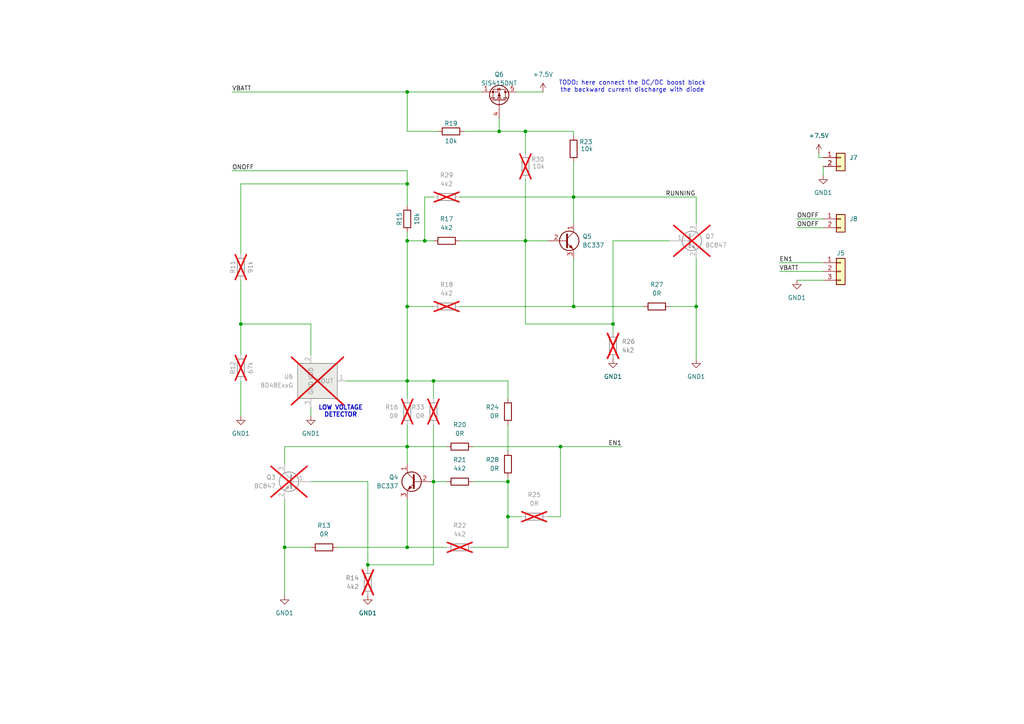
<source format=kicad_sch>
(kicad_sch (version 20250114) (generator "eeschema") (generator_version "9.0")
  (paper "A4")
  (lib_symbols
    (symbol "Connector_Generic:Conn_01x02" (pin_names (offset 1.016) (hide yes))
      (property "Reference" "J" (at 0 2.54 0))
      (property "Value" "Conn_01x02" (at 0 -5.08 0))
      (symbol "Conn_01x02_1_1"
        (rectangle (start -1.27 1.27) (end 1.27 -3.81) (stroke (width 0.254)) (fill (type background)))
        (rectangle (start -1.27 0.127) (end 0 -0.127) (stroke (width 0.1524)))
        (rectangle (start -1.27 -2.413) (end 0 -2.667) (stroke (width 0.1524)))
        (pin passive line (at -5.08 0 0) (length 3.81) (name "Pin_1") (number "1"))
        (pin passive line (at -5.08 -2.54 0) (length 3.81) (name "Pin_2") (number "2"))
      )
    )
    (symbol "Connector_Generic:Conn_01x03" (pin_names (offset 1.016) (hide yes))
      (property "Reference" "J" (at 0 5.08 0))
      (property "Value" "Conn_01x03" (at 0 -5.08 0))
      (symbol "Conn_01x03_1_1"
        (rectangle (start -1.27 3.81) (end 1.27 -3.81) (stroke (width 0.254)) (fill (type background)))
        (rectangle (start -1.27 2.667) (end 0 2.413) (stroke (width 0.1524)))
        (rectangle (start -1.27 0.127) (end 0 -0.127) (stroke (width 0.1524)))
        (rectangle (start -1.27 -2.413) (end 0 -2.667) (stroke (width 0.1524)))
        (pin passive line (at -5.08 2.54 0) (length 3.81) (name "Pin_1") (number "1"))
        (pin passive line (at -5.08 0 0) (length 3.81) (name "Pin_2") (number "2"))
        (pin passive line (at -5.08 -2.54 0) (length 3.81) (name "Pin_3") (number "3"))
      )
    )
    (symbol "Device:R" (pin_numbers (hide yes)) (pin_names (offset 0))
      (property "Reference" "R" (at 2.032 0 90))
      (property "Value" "R" (at 0 0 90))
      (symbol "R_0_1"
        (rectangle (start -1.016 -2.54) (end 1.016 2.54) (stroke (width 0.254)))
      )
      (symbol "R_1_1"
        (pin passive line (at 0 3.81 270) (length 1.27) (name "~") (number "1"))
        (pin passive line (at 0 -3.81 90) (length 1.27) (name "~") (number "2"))
      )
    )
    (symbol "Power_Management:BD48ExxG" (pin_names (offset 1.016))
      (property "Reference" "U" (at -3.81 6.35 0))
      (property "Value" "BD48ExxG" (at -5.08 0 90))
      (symbol "BD48ExxG_1_1"
        (rectangle (start -3.81 5.08) (end 7.62 -5.08) (stroke (width 0.254)) (fill (type background)))
        (pin power_in line (at 0 7.62 270) (length 2.54) (name "VDD") (number "2"))
        (pin power_in line (at 0 -7.62 90) (length 2.54) (name "GND") (number "3"))
        (pin output line (at 10.16 0 180) (length 2.54) (name "VOUT") (number "1"))
      )
    )
    (symbol "Transistor_BJT:BC337" (pin_names (offset 0) (hide yes))
      (property "Reference" "Q" (at 5.08 1.905 0))
      (property "Value" "BC337" (at 5.08 0 0))
      (symbol "BC337_0_1"
        (polyline (pts (xy 0 0) (xy 0.635 0)))
        (polyline (pts (xy 0.635 1.905) (xy 0.635 -1.905) (xy 0.635 -1.905)) (stroke (width 0.508)))
        (polyline (pts (xy 0.635 0.635) (xy 2.54 2.54)))
        (polyline (pts (xy 0.635 -0.635) (xy 2.54 -2.54) (xy 2.54 -2.54)))
        (circle (center 1.27 0) (radius 2.8194) (stroke (width 0.254)))
        (polyline (pts (xy 1.27 -1.778) (xy 1.778 -1.27) (xy 2.286 -2.286) (xy 1.27 -1.778) (xy 1.27 -1.778)) (fill (type outline)))
      )
      (symbol "BC337_1_1"
        (pin input line (at -5.08 0 0) (length 5.08) (name "B") (number "2"))
        (pin passive line (at 2.54 5.08 270) (length 2.54) (name "C") (number "1"))
        (pin passive line (at 2.54 -5.08 90) (length 2.54) (name "E") (number "3"))
      )
    )
    (symbol "Transistor_BJT:BC847" (pin_names (offset 0) (hide yes))
      (property "Reference" "Q" (at 5.08 1.905 0))
      (property "Value" "BC847" (at 5.08 0 0))
      (symbol "BC847_0_1"
        (polyline (pts (xy 0.635 1.905) (xy 0.635 -1.905) (xy 0.635 -1.905)) (stroke (width 0.508)))
        (polyline (pts (xy 0.635 0.635) (xy 2.54 2.54)))
        (polyline (pts (xy 0.635 -0.635) (xy 2.54 -2.54) (xy 2.54 -2.54)))
        (circle (center 1.27 0) (radius 2.8194) (stroke (width 0.254)))
        (polyline (pts (xy 1.27 -1.778) (xy 1.778 -1.27) (xy 2.286 -2.286) (xy 1.27 -1.778) (xy 1.27 -1.778)) (fill (type outline)))
      )
      (symbol "BC847_1_1"
        (pin input line (at -5.08 0 0) (length 5.715) (name "B") (number "1"))
        (pin passive line (at 2.54 5.08 270) (length 2.54) (name "C") (number "3"))
        (pin passive line (at 2.54 -5.08 90) (length 2.54) (name "E") (number "2"))
      )
    )
    (symbol "Transistor_FET:SiS415DNT" (pin_names (hide yes))
      (property "Reference" "Q" (at 5.08 1.905 0))
      (property "Value" "SiS415DNT" (at 5.08 0 0))
      (symbol "SiS415DNT_0_1"
        (polyline (pts (xy 0.254 1.905) (xy 0.254 -1.905)) (stroke (width 0.254)))
        (polyline (pts (xy 0.254 0) (xy -2.54 0)))
        (polyline (pts (xy 0.762 2.286) (xy 0.762 1.27)) (stroke (width 0.254)))
        (polyline (pts (xy 0.762 1.778) (xy 3.302 1.778) (xy 3.302 -1.778) (xy 0.762 -1.778)))
        (polyline (pts (xy 0.762 0.508) (xy 0.762 -0.508)) (stroke (width 0.254)))
        (polyline (pts (xy 0.762 -1.27) (xy 0.762 -2.286)) (stroke (width 0.254)))
        (circle (center 1.651 0) (radius 2.794) (stroke (width 0.254)))
        (polyline (pts (xy 2.286 0) (xy 1.27 0.381) (xy 1.27 -0.381) (xy 2.286 0)) (fill (type outline)))
        (polyline (pts (xy 2.54 2.54) (xy 2.54 1.778)))
        (circle (center 2.54 1.778) (radius 0.254) (fill (type outline)))
        (circle (center 2.54 -1.778) (radius 0.254) (fill (type outline)))
        (polyline (pts (xy 2.54 -2.54) (xy 2.54 0) (xy 0.762 0)))
        (polyline (pts (xy 2.794 -0.508) (xy 2.921 -0.381) (xy 3.683 -0.381) (xy 3.81 -0.254)))
        (polyline (pts (xy 3.302 -0.381) (xy 2.921 0.254) (xy 3.683 0.254) (xy 3.302 -0.381)))
      )
      (symbol "SiS415DNT_1_1"
        (pin passive line (at -5.08 0 0) (length 2.54) (name "G") (number "4"))
        (pin passive line (at 2.54 5.08 270) (length 2.54) (name "D") (number "5"))
        (pin passive line (at 2.54 -5.08 90) (length 2.54) (name "S") (number "1"))
        (pin passive line (at 2.54 -5.08 90) (length 2.54) (hide yes) (name "S") (number "2"))
        (pin passive line (at 2.54 -5.08 90) (length 2.54) (hide yes) (name "S") (number "3"))
      )
    )
    (symbol "power:+7.5V" (power) (pin_numbers (hide yes)) (pin_names (offset 0) (hide yes))
      (property "Value" "+7.5V" (at 0 3.556 0))
      (symbol "+7.5V_0_1"
        (polyline (pts (xy -0.762 1.27) (xy 0 2.54)))
        (polyline (pts (xy 0 2.54) (xy 0.762 1.27)))
        (polyline (pts (xy 0 0) (xy 0 2.54)))
      )
      (symbol "+7.5V_1_1"
        (pin power_in line (at 0 0 90) (length 0) (name "~") (number "1"))
      )
    )
    (symbol "power:GND" (power) (pin_numbers (hide yes)) (pin_names (offset 0) (hide yes))
      (property "Value" "GND" (at 0 -3.81 0))
      (symbol "GND_0_1"
        (polyline (pts (xy 0 0) (xy 0 -1.27) (xy 1.27 -1.27) (xy 0 -2.54) (xy -1.27 -1.27) (xy 0 -1.27)))
      )
      (symbol "GND_1_1"
        (pin power_in line (at 0 0 270) (length 0) (name "~") (number "1"))
      )
    )
  )
  (text "TODO: here connect the DC/DC boost block\nthe backward current discharge with diode\n" (at 183.388 25.146 0) (effects (font (size 1.27 1.27))))
  (text "LOW VOLTAGE\nDETECTOR" (at 98.806 119.38 0) (effects (font (size 1.27 1.27) (thickness 0.254) (bold yes))))
  (junction (at 118.11 88.9))
  (junction (at 177.8 93.98))
  (junction (at 118.11 129.54))
  (junction (at 144.78 38.1))
  (junction (at 123.19 69.85))
  (junction (at 125.73 110.49))
  (junction (at 152.4 38.1))
  (junction (at 201.93 88.9))
  (junction (at 147.32 149.86))
  (junction (at 118.11 69.85))
  (junction (at 162.56 129.54))
  (junction (at 118.11 26.67))
  (junction (at 118.11 110.49))
  (junction (at 147.32 139.7))
  (junction (at 106.68 163.83))
  (junction (at 118.11 158.75))
  (junction (at 166.37 57.15))
  (junction (at 118.11 53.34))
  (junction (at 152.4 69.85))
  (junction (at 166.37 88.9))
  (junction (at 82.55 158.75))
  (junction (at 69.85 93.98))
  (junction (at 125.73 139.7))
  (wire (pts (xy 147.32 139.7) (xy 147.32 149.86)))
  (wire (pts (xy 166.37 88.9) (xy 186.69 88.9)))
  (wire (pts (xy 106.68 139.7) (xy 106.68 163.83)))
  (wire (pts (xy 118.11 49.53) (xy 67.31 49.53)))
  (wire (pts (xy 166.37 38.1) (xy 166.37 39.37)))
  (wire (pts (xy 134.62 38.1) (xy 144.78 38.1)))
  (wire (pts (xy 177.8 69.85) (xy 177.8 93.98)))
  (wire (pts (xy 149.86 26.67) (xy 157.48 26.67)))
  (wire (pts (xy 152.4 69.85) (xy 152.4 93.98)))
  (wire (pts (xy 125.73 163.83) (xy 106.68 163.83)))
  (wire (pts (xy 226.06 76.2) (xy 238.76 76.2)))
  (wire (pts (xy 133.35 69.85) (xy 152.4 69.85)))
  (wire (pts (xy 166.37 57.15) (xy 201.93 57.15)))
  (wire (pts (xy 177.8 93.98) (xy 177.8 96.52)))
  (wire (pts (xy 82.55 144.78) (xy 82.55 158.75)))
  (wire (pts (xy 69.85 110.49) (xy 69.85 120.65)))
  (wire (pts (xy 133.35 88.9) (xy 166.37 88.9)))
  (wire (pts (xy 201.93 57.15) (xy 201.93 64.77)))
  (wire (pts (xy 133.35 57.15) (xy 166.37 57.15)))
  (wire (pts (xy 129.54 158.75) (xy 118.11 158.75)))
  (wire (pts (xy 152.4 38.1) (xy 152.4 44.45)))
  (wire (pts (xy 147.32 158.75) (xy 137.16 158.75)))
  (wire (pts (xy 147.32 149.86) (xy 151.13 149.86)))
  (wire (pts (xy 147.32 138.43) (xy 147.32 139.7)))
  (wire (pts (xy 231.14 81.28) (xy 238.76 81.28)))
  (wire (pts (xy 194.31 88.9) (xy 201.93 88.9)))
  (wire (pts (xy 152.4 93.98) (xy 177.8 93.98)))
  (wire (pts (xy 129.54 139.7) (xy 125.73 139.7)))
  (wire (pts (xy 147.32 115.57) (xy 147.32 110.49)))
  (wire (pts (xy 166.37 74.93) (xy 166.37 88.9)))
  (wire (pts (xy 147.32 110.49) (xy 125.73 110.49)))
  (wire (pts (xy 67.31 26.67) (xy 118.11 26.67)))
  (wire (pts (xy 125.73 139.7) (xy 125.73 163.83)))
  (wire (pts (xy 137.16 129.54) (xy 162.56 129.54)))
  (wire (pts (xy 118.11 26.67) (xy 118.11 38.1)))
  (wire (pts (xy 118.11 123.19) (xy 118.11 129.54)))
  (wire (pts (xy 158.75 149.86) (xy 162.56 149.86)))
  (wire (pts (xy 127 38.1) (xy 118.11 38.1)))
  (wire (pts (xy 125.73 57.15) (xy 123.19 57.15)))
  (wire (pts (xy 118.11 53.34) (xy 69.85 53.34)))
  (wire (pts (xy 237.49 44.45) (xy 237.49 45.72)))
  (wire (pts (xy 125.73 123.19) (xy 125.73 139.7)))
  (wire (pts (xy 152.4 69.85) (xy 158.75 69.85)))
  (wire (pts (xy 125.73 110.49) (xy 125.73 115.57)))
  (wire (pts (xy 226.06 78.74) (xy 238.76 78.74)))
  (wire (pts (xy 118.11 129.54) (xy 82.55 129.54)))
  (wire (pts (xy 90.17 120.65) (xy 90.17 118.11)))
  (wire (pts (xy 118.11 26.67) (xy 139.7 26.67)))
  (wire (pts (xy 69.85 81.28) (xy 69.85 93.98)))
  (wire (pts (xy 129.54 129.54) (xy 118.11 129.54)))
  (wire (pts (xy 118.11 129.54) (xy 118.11 134.62)))
  (wire (pts (xy 125.73 110.49) (xy 118.11 110.49)))
  (wire (pts (xy 106.68 163.83) (xy 106.68 165.1)))
  (wire (pts (xy 90.17 158.75) (xy 82.55 158.75)))
  (wire (pts (xy 118.11 110.49) (xy 118.11 115.57)))
  (wire (pts (xy 238.76 48.26) (xy 238.76 50.8)))
  (wire (pts (xy 118.11 53.34) (xy 118.11 59.69)))
  (wire (pts (xy 69.85 93.98) (xy 69.85 102.87)))
  (wire (pts (xy 147.32 139.7) (xy 137.16 139.7)))
  (wire (pts (xy 201.93 74.93) (xy 201.93 88.9)))
  (wire (pts (xy 144.78 38.1) (xy 152.4 38.1)))
  (wire (pts (xy 166.37 46.99) (xy 166.37 57.15)))
  (wire (pts (xy 201.93 88.9) (xy 201.93 104.14)))
  (wire (pts (xy 118.11 158.75) (xy 97.79 158.75)))
  (wire (pts (xy 147.32 123.19) (xy 147.32 130.81)))
  (wire (pts (xy 162.56 129.54) (xy 180.34 129.54)))
  (wire (pts (xy 162.56 129.54) (xy 162.56 149.86)))
  (wire (pts (xy 90.17 102.87) (xy 90.17 93.98)))
  (wire (pts (xy 118.11 88.9) (xy 118.11 110.49)))
  (wire (pts (xy 82.55 129.54) (xy 82.55 134.62)))
  (wire (pts (xy 69.85 53.34) (xy 69.85 73.66)))
  (wire (pts (xy 118.11 69.85) (xy 123.19 69.85)))
  (wire (pts (xy 106.68 139.7) (xy 90.17 139.7)))
  (wire (pts (xy 177.8 69.85) (xy 194.31 69.85)))
  (wire (pts (xy 237.49 45.72) (xy 238.76 45.72)))
  (wire (pts (xy 100.33 110.49) (xy 118.11 110.49)))
  (wire (pts (xy 231.14 66.04) (xy 238.76 66.04)))
  (wire (pts (xy 90.17 93.98) (xy 69.85 93.98)))
  (wire (pts (xy 231.14 63.5) (xy 238.76 63.5)))
  (wire (pts (xy 118.11 144.78) (xy 118.11 158.75)))
  (wire (pts (xy 123.19 57.15) (xy 123.19 69.85)))
  (wire (pts (xy 152.4 38.1) (xy 166.37 38.1)))
  (wire (pts (xy 152.4 52.07) (xy 152.4 69.85)))
  (wire (pts (xy 118.11 67.31) (xy 118.11 69.85)))
  (wire (pts (xy 118.11 49.53) (xy 118.11 53.34)))
  (wire (pts (xy 144.78 38.1) (xy 144.78 34.29)))
  (wire (pts (xy 123.19 69.85) (xy 125.73 69.85)))
  (wire (pts (xy 166.37 57.15) (xy 166.37 64.77)))
  (wire (pts (xy 147.32 149.86) (xy 147.32 158.75)))
  (wire (pts (xy 118.11 69.85) (xy 118.11 88.9)))
  (wire (pts (xy 82.55 158.75) (xy 82.55 172.72)))
  (wire (pts (xy 118.11 88.9) (xy 125.73 88.9)))
  (label "VBATT" (at 226.06 78.74 0))
  (label "ONOFF" (at 67.31 49.53 0))
  (label "EN1" (at 180.34 129.54 180))
  (label "RUNNING" (at 193.04 57.15 0))
  (label "ONOFF" (at 231.14 66.04 0))
  (label "ONOFF" (at 231.14 63.5 0))
  (label "EN1" (at 226.06 76.2 0))
  (label "VBATT" (at 67.31 26.67 0))
  (symbol (lib_id "Power_Management:BD48ExxG") (at 90.17 110.49 0) (unit 1) (dnp yes)
    (property "Reference" "U6" (at 85.09 109.2199 0) (effects (justify right)))
    (property "Value" "BD48ExxG" (at 85.09 111.7599 0) (effects (justify right)))
    (property "Footprint" "Package_TO_SOT_SMD:SOT-23-5" (effects (hide yes)))
    (property "Datasheet" "https://www.rohm.de/datasheet/BD4830FVE/bd48xxg-e" (effects (hide yes)))
    (property "Description" "Standard CMOS Voltage Detector IC, Open Drain Output, SSOP5" (effects (hide yes)))
  )
  (symbol (lib_id "Device:R") (at 106.68 168.91 0) (mirror x) (unit 1) (dnp yes)
    (property "Reference" "R14" (at 104.14 167.6399 0) (effects (justify right)))
    (property "Value" "4k2" (at 104.14 170.1799 0) (effects (justify right)))
    (property "Footprint" "Resistor_SMD:R_0805_2012Metric_Pad1.20x1.40mm_HandSolder" (effects (hide yes)))
    (property "Description" "Resistor" (effects (hide yes)))
  )
  (symbol (lib_id "Device:R") (at 152.4 48.26 180) (unit 1) (dnp yes)
    (property "Reference" "R30" (at 155.956 46.228 0))
    (property "Value" "10k" (at 156.21 48.26 0))
    (property "Footprint" "Resistor_SMD:R_0805_2012Metric_Pad1.20x1.40mm_HandSolder" (effects (hide yes)))
    (property "Description" "Resistor" (effects (hide yes)))
  )
  (symbol (lib_id "Device:R") (at 190.5 88.9 270) (unit 1)
    (property "Reference" "R27" (at 190.5 82.55 90))
    (property "Value" "0R" (at 190.5 85.09 90))
    (property "Footprint" "Resistor_SMD:R_0805_2012Metric_Pad1.20x1.40mm_HandSolder" (effects (hide yes)))
    (property "Description" "Resistor" (effects (hide yes)))
  )
  (symbol (lib_id "Device:R") (at 133.35 129.54 270) (mirror x) (unit 1)
    (property "Reference" "R20" (at 133.35 123.19 90))
    (property "Value" "0R" (at 133.35 125.73 90))
    (property "Footprint" "Resistor_SMD:R_0805_2012Metric_Pad1.20x1.40mm_HandSolder" (effects (hide yes)))
    (property "Description" "Resistor" (effects (hide yes)))
  )
  (symbol (lib_id "Transistor_FET:SiS415DNT") (at 144.78 29.21 270) (mirror x) (unit 1)
    (property "Reference" "Q6" (at 144.78 21.59 90))
    (property "Value" "SiS415DNT" (at 144.78 24.13 90))
    (property "Footprint" "Package_SO:Vishay_PowerPAK_1212-8_Single" (effects (hide yes)))
    (property "Datasheet" "https://www.vishay.com/docs/63684/sis415dnt.pdf" (effects (hide yes)))
    (property "Description" "-35A Id, -20V Vds, P-Channel MOSFET, PowerPAK 1212-8 Single" (effects (hide yes)))
  )
  (symbol (lib_id "Transistor_BJT:BC847") (at 199.39 69.85 0) (unit 1) (dnp yes)
    (property "Reference" "Q7" (at 204.47 68.5799 0) (effects (justify left)))
    (property "Value" "BC847" (at 204.47 71.1199 0) (effects (justify left)))
    (property "Footprint" "Package_TO_SOT_SMD:SOT-23" (effects (hide yes)))
    (property "Datasheet" "http://www.infineon.com/dgdl/Infineon-BC847SERIES_BC848SERIES_BC849SERIES_BC850SERIES-DS-v01_01-en.pdf?fileId=db3a304314dca389011541d4630a1657" (effects (hide yes)))
    (property "Description" "0.1A Ic, 45V Vce, NPN Transistor, SOT-23" (effects (hide yes)))
  )
  (symbol (lib_id "Device:R") (at 154.94 149.86 270) (mirror x) (unit 1) (dnp yes)
    (property "Reference" "R25" (at 154.94 143.51 90))
    (property "Value" "0R" (at 154.94 146.05 90))
    (property "Footprint" "Resistor_SMD:R_0805_2012Metric_Pad1.20x1.40mm_HandSolder" (effects (hide yes)))
    (property "Description" "Resistor" (effects (hide yes)))
  )
  (symbol (lib_id "power:GND") (at 201.93 104.14 0) (unit 1)
    (property "Reference" "#PWR029" (effects (hide yes)))
    (property "Value" "GND1" (at 201.93 109.22 0))
    (property "Description" "Power symbol creates a global label with name \"GND\" , ground" (effects (hide yes)))
  )
  (symbol (lib_id "power:GND") (at 106.68 172.72 0) (unit 1)
    (property "Reference" "#PWR026" (effects (hide yes)))
    (property "Value" "GND1" (at 106.68 177.8 0))
    (property "Description" "Power symbol creates a global label with name \"GND\" , ground" (effects (hide yes)))
  )
  (symbol (lib_id "power:+7.5V") (at 237.49 44.45 0) (unit 1)
    (property "Reference" "#PWR030" (effects (hide yes)))
    (property "Value" "+7.5V" (at 237.49 39.37 0))
    (property "Description" "Power symbol creates a global label with name \"+7.5V\"" (effects (hide yes)))
  )
  (symbol (lib_id "Device:R") (at 93.98 158.75 90) (mirror x) (unit 1)
    (property "Reference" "R13" (at 93.98 152.4 90))
    (property "Value" "0R" (at 93.98 154.94 90))
    (property "Footprint" "Resistor_SMD:R_0805_2012Metric_Pad1.20x1.40mm_HandSolder" (effects (hide yes)))
    (property "Description" "Resistor" (effects (hide yes)))
  )
  (symbol (lib_id "Device:R") (at 130.81 38.1 90) (unit 1)
    (property "Reference" "R19" (at 130.81 35.814 90))
    (property "Value" "10k" (at 130.81 40.894 90))
    (property "Footprint" "Resistor_SMD:R_0805_2012Metric_Pad1.20x1.40mm_HandSolder" (effects (hide yes)))
    (property "Description" "Resistor" (effects (hide yes)))
  )
  (symbol (lib_id "Device:R") (at 125.73 119.38 0) (mirror x) (unit 1) (dnp yes)
    (property "Reference" "R33" (at 123.19 118.1099 0) (effects (justify right)))
    (property "Value" "0R" (at 123.19 120.6499 0) (effects (justify right)))
    (property "Footprint" "Resistor_SMD:R_1206_3216Metric" (effects (hide yes)))
    (property "Description" "Resistor" (effects (hide yes)))
  )
  (symbol (lib_id "Device:R") (at 118.11 63.5 180) (unit 1)
    (property "Reference" "R15" (at 115.824 63.5 90))
    (property "Value" "10k" (at 120.904 63.5 90))
    (property "Footprint" "Resistor_SMD:R_0805_2012Metric_Pad1.20x1.40mm_HandSolder" (effects (hide yes)))
    (property "Description" "Resistor" (effects (hide yes)))
  )
  (symbol (lib_id "Device:R") (at 133.35 139.7 270) (mirror x) (unit 1)
    (property "Reference" "R21" (at 133.35 133.35 90))
    (property "Value" "4k2" (at 133.35 135.89 90))
    (property "Footprint" "Resistor_SMD:R_0805_2012Metric_Pad1.20x1.40mm_HandSolder" (effects (hide yes)))
    (property "Description" "Resistor" (effects (hide yes)))
  )
  (symbol (lib_id "Device:R") (at 69.85 77.47 180) (unit 1) (dnp yes)
    (property "Reference" "R11" (at 67.564 77.47 90))
    (property "Value" "91k" (at 72.644 77.47 90))
    (property "Footprint" "Resistor_SMD:R_0805_2012Metric_Pad1.20x1.40mm_HandSolder" (effects (hide yes)))
    (property "Description" "Resistor" (effects (hide yes)))
  )
  (symbol (lib_id "Transistor_BJT:BC337") (at 163.83 69.85 0) (unit 1)
    (property "Reference" "Q5" (at 168.91 68.5799 0) (effects (justify left)))
    (property "Value" "BC337" (at 168.91 71.1199 0) (effects (justify left)))
    (property "Footprint" "Package_TO_SOT_THT:TO-92_Inline" (effects (hide yes)))
    (property "Datasheet" "https://diotec.com/tl_files/diotec/files/pdf/datasheets/bc337.pdf" (effects (hide yes)))
    (property "Description" "0.8A Ic, 45V Vce, NPN Transistor, TO-92" (effects (hide yes)))
  )
  (symbol (lib_id "Device:R") (at 177.8 100.33 180) (unit 1) (dnp yes)
    (property "Reference" "R26" (at 180.34 99.0599 0) (effects (justify right)))
    (property "Value" "4k2" (at 180.34 101.5999 0) (effects (justify right)))
    (property "Footprint" "Resistor_SMD:R_0805_2012Metric_Pad1.20x1.40mm_HandSolder" (effects (hide yes)))
    (property "Description" "Resistor" (effects (hide yes)))
  )
  (symbol (lib_id "power:GND") (at 82.55 172.72 0) (unit 1)
    (property "Reference" "#PWR024" (effects (hide yes)))
    (property "Value" "GND1" (at 82.55 177.8 0))
    (property "Description" "Power symbol creates a global label with name \"GND\" , ground" (effects (hide yes)))
  )
  (symbol (lib_id "power:GND") (at 177.8 104.14 0) (unit 1)
    (property "Reference" "#PWR027" (effects (hide yes)))
    (property "Value" "GND1" (at 177.8 109.22 0))
    (property "Description" "Power symbol creates a global label with name \"GND\" , ground" (effects (hide yes)))
  )
  (symbol (lib_id "Device:R") (at 147.32 134.62 0) (mirror x) (unit 1)
    (property "Reference" "R28" (at 144.78 133.3499 0) (effects (justify right)))
    (property "Value" "0R" (at 144.78 135.8899 0) (effects (justify right)))
    (property "Footprint" "Resistor_SMD:R_1206_3216Metric" (effects (hide yes)))
    (property "Description" "Resistor" (effects (hide yes)))
  )
  (symbol (lib_id "Connector_Generic:Conn_01x02") (at 243.84 45.72 0) (unit 1)
    (property "Reference" "J7" (at 246.38 45.7199 0) (effects (justify left)))
    (property "Value" "Conn_01x02" (effects (hide yes)))
    (property "Footprint" "Connector_PinHeader_2.54mm:PinHeader_2x01_P2.54mm_Vertical_SMD" (effects (hide yes)))
    (property "Description" "Generic connector, single row, 01x02, script generated (kicad-library-utils/schlib/autogen/connector/)" (effects (hide yes)))
  )
  (symbol (lib_id "Connector_Generic:Conn_01x02") (at 243.84 63.5 0) (unit 1)
    (property "Reference" "J8" (at 246.38 63.4999 0) (effects (justify left)))
    (property "Value" "Conn_01x02" (effects (hide yes)))
    (property "Footprint" "Connector_PinHeader_2.54mm:PinHeader_2x01_P2.54mm_Vertical_SMD" (effects (hide yes)))
    (property "Description" "Generic connector, single row, 01x02, script generated (kicad-library-utils/schlib/autogen/connector/)" (effects (hide yes)))
  )
  (symbol (lib_id "Device:R") (at 147.32 119.38 0) (mirror x) (unit 1)
    (property "Reference" "R24" (at 144.78 118.1099 0) (effects (justify right)))
    (property "Value" "0R" (at 144.78 120.6499 0) (effects (justify right)))
    (property "Footprint" "Resistor_SMD:R_0805_2012Metric_Pad1.20x1.40mm_HandSolder" (effects (hide yes)))
    (property "Description" "Resistor" (effects (hide yes)))
  )
  (symbol (lib_id "power:+7.5V") (at 157.48 26.67 0) (unit 1)
    (property "Reference" "#PWR028" (effects (hide yes)))
    (property "Value" "+7.5V" (at 157.48 21.59 0))
    (property "Description" "Power symbol creates a global label with name \"+7.5V\"" (effects (hide yes)))
  )
  (symbol (lib_id "Device:R") (at 129.54 57.15 90) (unit 1) (dnp yes)
    (property "Reference" "R29" (at 129.54 50.8 90))
    (property "Value" "4k2" (at 129.54 53.34 90))
    (property "Footprint" "Resistor_SMD:R_0805_2012Metric_Pad1.20x1.40mm_HandSolder" (effects (hide yes)))
    (property "Description" "Resistor" (effects (hide yes)))
  )
  (symbol (lib_id "Transistor_BJT:BC337") (at 120.65 139.7 0) (mirror y) (unit 1)
    (property "Reference" "Q4" (at 115.57 138.4299 0) (effects (justify left)))
    (property "Value" "BC337" (at 115.57 140.9699 0) (effects (justify left)))
    (property "Footprint" "Package_TO_SOT_THT:TO-92_Inline" (effects (hide yes)))
    (property "Datasheet" "https://diotec.com/tl_files/diotec/files/pdf/datasheets/bc337.pdf" (effects (hide yes)))
    (property "Description" "0.8A Ic, 45V Vce, NPN Transistor, TO-92" (effects (hide yes)))
  )
  (symbol (lib_id "Device:R") (at 129.54 69.85 90) (unit 1)
    (property "Reference" "R17" (at 129.54 63.5 90))
    (property "Value" "4k2" (at 129.54 66.04 90))
    (property "Footprint" "Resistor_SMD:R_0805_2012Metric_Pad1.20x1.40mm_HandSolder" (effects (hide yes)))
    (property "Description" "Resistor" (effects (hide yes)))
  )
  (symbol (lib_id "power:GND") (at 69.85 120.65 0) (unit 1)
    (property "Reference" "#PWR023" (effects (hide yes)))
    (property "Value" "GND1" (at 69.85 125.73 0))
    (property "Description" "Power symbol creates a global label with name \"GND\" , ground" (effects (hide yes)))
  )
  (symbol (lib_id "Device:R") (at 69.85 106.68 180) (unit 1) (dnp yes)
    (property "Reference" "R12" (at 67.564 106.68 90))
    (property "Value" "67k" (at 72.644 106.68 90))
    (property "Footprint" "Resistor_SMD:R_0805_2012Metric_Pad1.20x1.40mm_HandSolder" (effects (hide yes)))
    (property "Description" "Resistor" (effects (hide yes)))
  )
  (symbol (lib_id "Device:R") (at 118.11 119.38 0) (mirror x) (unit 1) (dnp yes)
    (property "Reference" "R16" (at 115.57 118.1099 0) (effects (justify right)))
    (property "Value" "0R" (at 115.57 120.6499 0) (effects (justify right)))
    (property "Footprint" "Resistor_SMD:R_0805_2012Metric_Pad1.20x1.40mm_HandSolder" (effects (hide yes)))
    (property "Description" "Resistor" (effects (hide yes)))
  )
  (symbol (lib_id "power:GND") (at 238.76 50.8 0) (unit 1)
    (property "Reference" "#PWR031" (effects (hide yes)))
    (property "Value" "GND1" (at 238.76 55.88 0))
    (property "Description" "Power symbol creates a global label with name \"GND\" , ground" (effects (hide yes)))
  )
  (symbol (lib_id "Device:R") (at 166.37 43.18 180) (unit 1)
    (property "Reference" "R23" (at 169.926 41.148 0))
    (property "Value" "10k" (at 170.18 43.18 0))
    (property "Footprint" "Resistor_SMD:R_0805_2012Metric_Pad1.20x1.40mm_HandSolder" (effects (hide yes)))
    (property "Description" "Resistor" (effects (hide yes)))
  )
  (symbol (lib_id "Transistor_BJT:BC847") (at 85.09 139.7 0) (mirror y) (unit 1) (dnp yes)
    (property "Reference" "Q3" (at 80.01 138.4299 0) (effects (justify left)))
    (property "Value" "BC847" (at 80.01 140.9699 0) (effects (justify left)))
    (property "Footprint" "Package_TO_SOT_SMD:SOT-23" (effects (hide yes)))
    (property "Datasheet" "http://www.infineon.com/dgdl/Infineon-BC847SERIES_BC848SERIES_BC849SERIES_BC850SERIES-DS-v01_01-en.pdf?fileId=db3a304314dca389011541d4630a1657" (effects (hide yes)))
    (property "Description" "0.1A Ic, 45V Vce, NPN Transistor, SOT-23" (effects (hide yes)))
  )
  (symbol (lib_id "power:GND") (at 90.17 120.65 0) (unit 1)
    (property "Reference" "#PWR025" (effects (hide yes)))
    (property "Value" "GND1" (at 90.17 125.73 0))
    (property "Description" "Power symbol creates a global label with name \"GND\" , ground" (effects (hide yes)))
  )
  (symbol (lib_id "Device:R") (at 129.54 88.9 90) (unit 1) (dnp yes)
    (property "Reference" "R18" (at 129.54 82.55 90))
    (property "Value" "4k2" (at 129.54 85.09 90))
    (property "Footprint" "Resistor_SMD:R_0805_2012Metric_Pad1.20x1.40mm_HandSolder" (effects (hide yes)))
    (property "Description" "Resistor" (effects (hide yes)))
  )
  (symbol (lib_id "power:GND") (at 231.14 81.28 0) (unit 1)
    (property "Reference" "#PWR022" (effects (hide yes)))
    (property "Value" "GND1" (at 231.14 86.36 0))
    (property "Description" "Power symbol creates a global label with name \"GND\" , ground" (effects (hide yes)))
  )
  (symbol (lib_id "Device:R") (at 133.35 158.75 270) (mirror x) (unit 1) (dnp yes)
    (property "Reference" "R22" (at 133.35 152.4 90))
    (property "Value" "4k2" (at 133.35 154.94 90))
    (property "Footprint" "Resistor_SMD:R_0805_2012Metric_Pad1.20x1.40mm_HandSolder" (effects (hide yes)))
    (property "Description" "Resistor" (effects (hide yes)))
  )
  (symbol (lib_id "Connector_Generic:Conn_01x03") (at 243.84 78.74 0) (unit 1)
    (property "Reference" "J5" (at 243.84 73.406 0))
    (property "Value" "Conn_01x03" (effects (hide yes)))
    (property "Footprint" "Connector_PinHeader_2.54mm:PinHeader_1x03_P2.54mm_Vertical_SMD_Pin1Left" (effects (hide yes)))
    (property "Description" "Generic connector, single row, 01x03, script generated (kicad-library-utils/schlib/autogen/connector/)" (effects (hide yes)))
  )
)
</source>
